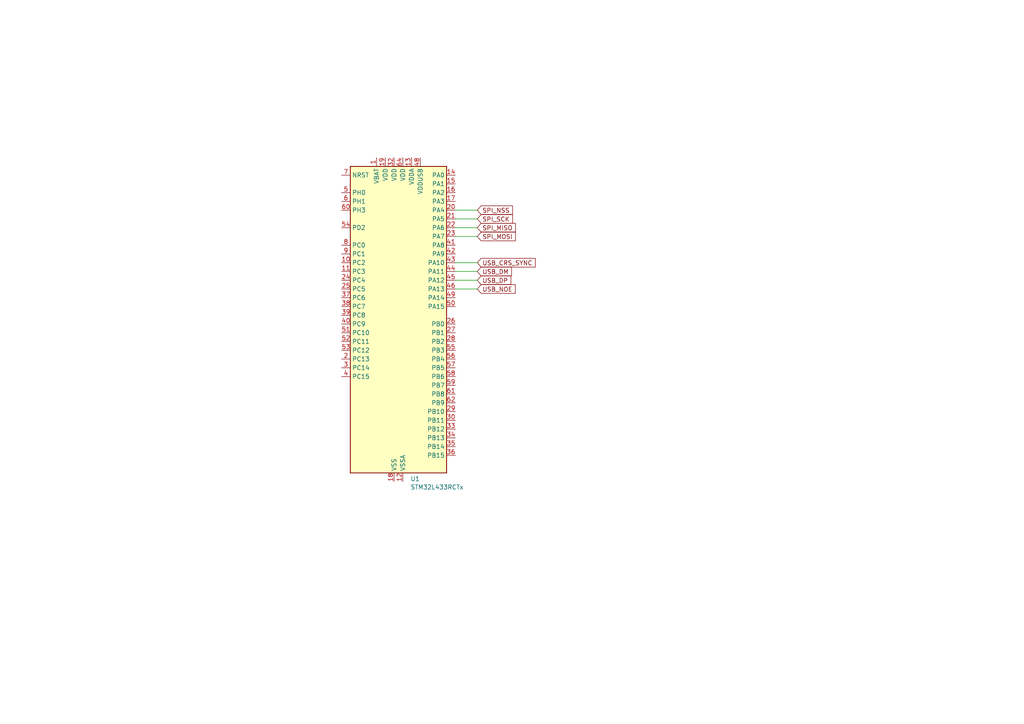
<source format=kicad_sch>
(kicad_sch (version 20230121) (generator eeschema)
  (paper "A4")
  (lib_symbols
    (symbol "MCU_ST_STM32L4:STM32L433RCTx"
      (property "Reference" "U" (at -12.7 46.99 0))
      (property "Value" "STM32L433RCTx" (at 10.16 46.99 0))
      (symbol "STM32L433RCTx_0_1"
        (rectangle (start -12.7 -43.18) (end 15.24 45.72) (stroke (width 0.254)) (fill (type background)))
      )
      (symbol "STM32L433RCTx_1_1"
        (pin power_in line (at -5.08 48.26 270) (length 2.54) (name "VBAT") (number "1"))
        (pin bidirectional line (at -15.24 17.78 0) (length 2.54) (name "PC2") (number "10"))
        (pin bidirectional line (at -15.24 15.24 0) (length 2.54) (name "PC3") (number "11"))
        (pin power_in line (at 2.54 -45.72 90) (length 2.54) (name "VSSA") (number "12"))
        (pin power_in line (at 5.08 48.26 270) (length 2.54) (name "VDDA") (number "13"))
        (pin bidirectional line (at 17.78 43.18 180) (length 2.54) (name "PA0") (number "14"))
        (pin bidirectional line (at 17.78 40.64 180) (length 2.54) (name "PA1") (number "15"))
        (pin bidirectional line (at 17.78 38.1 180) (length 2.54) (name "PA2") (number "16"))
        (pin bidirectional line (at 17.78 35.56 180) (length 2.54) (name "PA3") (number "17"))
        (pin power_in line (at 0 -45.72 90) (length 2.54) (name "VSS") (number "18"))
        (pin power_in line (at -2.54 48.26 270) (length 2.54) (name "VDD") (number "19"))
        (pin bidirectional line (at -15.24 -10.16 0) (length 2.54) (name "PC13") (number "2"))
        (pin bidirectional line (at 17.78 33.02 180) (length 2.54) (name "PA4") (number "20"))
        (pin bidirectional line (at 17.78 30.48 180) (length 2.54) (name "PA5") (number "21"))
        (pin bidirectional line (at 17.78 27.94 180) (length 2.54) (name "PA6") (number "22"))
        (pin bidirectional line (at 17.78 25.4 180) (length 2.54) (name "PA7") (number "23"))
        (pin bidirectional line (at -15.24 12.7 0) (length 2.54) (name "PC4") (number "24"))
        (pin bidirectional line (at -15.24 10.16 0) (length 2.54) (name "PC5") (number "25"))
        (pin bidirectional line (at 17.78 0 180) (length 2.54) (name "PB0") (number "26"))
        (pin bidirectional line (at 17.78 -2.54 180) (length 2.54) (name "PB1") (number "27"))
        (pin bidirectional line (at 17.78 -5.08 180) (length 2.54) (name "PB2") (number "28"))
        (pin bidirectional line (at 17.78 -25.4 180) (length 2.54) (name "PB10") (number "29"))
        (pin bidirectional line (at -15.24 -12.7 0) (length 2.54) (name "PC14") (number "3"))
        (pin bidirectional line (at 17.78 -27.94 180) (length 2.54) (name "PB11") (number "30"))
        (pin passive line (at 0 -45.72 90) (length 2.54) hide (name "VSS") (number "31"))
        (pin power_in line (at 0 48.26 270) (length 2.54) (name "VDD") (number "32"))
        (pin bidirectional line (at 17.78 -30.48 180) (length 2.54) (name "PB12") (number "33"))
        (pin bidirectional line (at 17.78 -33.02 180) (length 2.54) (name "PB13") (number "34"))
        (pin bidirectional line (at 17.78 -35.56 180) (length 2.54) (name "PB14") (number "35"))
        (pin bidirectional line (at 17.78 -38.1 180) (length 2.54) (name "PB15") (number "36"))
        (pin bidirectional line (at -15.24 7.62 0) (length 2.54) (name "PC6") (number "37"))
        (pin bidirectional line (at -15.24 5.08 0) (length 2.54) (name "PC7") (number "38"))
        (pin bidirectional line (at -15.24 2.54 0) (length 2.54) (name "PC8") (number "39"))
        (pin bidirectional line (at -15.24 -15.24 0) (length 2.54) (name "PC15") (number "4"))
        (pin bidirectional line (at -15.24 0 0) (length 2.54) (name "PC9") (number "40"))
        (pin bidirectional line (at 17.78 22.86 180) (length 2.54) (name "PA8") (number "41"))
        (pin bidirectional line (at 17.78 20.32 180) (length 2.54) (name "PA9") (number "42"))
        (pin bidirectional line (at 17.78 17.78 180) (length 2.54) (name "PA10") (number "43"))
        (pin bidirectional line (at 17.78 15.24 180) (length 2.54) (name "PA11") (number "44"))
        (pin bidirectional line (at 17.78 12.7 180) (length 2.54) (name "PA12") (number "45"))
        (pin bidirectional line (at 17.78 10.16 180) (length 2.54) (name "PA13") (number "46"))
        (pin passive line (at 0 -45.72 90) (length 2.54) hide (name "VSS") (number "47"))
        (pin power_in line (at 7.62 48.26 270) (length 2.54) (name "VDDUSB") (number "48"))
        (pin bidirectional line (at 17.78 7.62 180) (length 2.54) (name "PA14") (number "49"))
        (pin bidirectional line (at -15.24 38.1 0) (length 2.54) (name "PH0") (number "5"))
        (pin bidirectional line (at 17.78 5.08 180) (length 2.54) (name "PA15") (number "50"))
        (pin bidirectional line (at -15.24 -2.54 0) (length 2.54) (name "PC10") (number "51"))
        (pin bidirectional line (at -15.24 -5.08 0) (length 2.54) (name "PC11") (number "52"))
        (pin bidirectional line (at -15.24 -7.62 0) (length 2.54) (name "PC12") (number "53"))
        (pin bidirectional line (at -15.24 27.94 0) (length 2.54) (name "PD2") (number "54"))
        (pin bidirectional line (at 17.78 -7.62 180) (length 2.54) (name "PB3") (number "55"))
        (pin bidirectional line (at 17.78 -10.16 180) (length 2.54) (name "PB4") (number "56"))
        (pin bidirectional line (at 17.78 -12.7 180) (length 2.54) (name "PB5") (number "57"))
        (pin bidirectional line (at 17.78 -15.24 180) (length 2.54) (name "PB6") (number "58"))
        (pin bidirectional line (at 17.78 -17.78 180) (length 2.54) (name "PB7") (number "59"))
        (pin bidirectional line (at -15.24 35.56 0) (length 2.54) (name "PH1") (number "6"))
        (pin bidirectional line (at -15.24 33.02 0) (length 2.54) (name "PH3") (number "60"))
        (pin bidirectional line (at 17.78 -20.32 180) (length 2.54) (name "PB8") (number "61"))
        (pin bidirectional line (at 17.78 -22.86 180) (length 2.54) (name "PB9") (number "62"))
        (pin passive line (at 0 -45.72 90) (length 2.54) hide (name "VSS") (number "63"))
        (pin power_in line (at 2.54 48.26 270) (length 2.54) (name "VDD") (number "64"))
        (pin input line (at -15.24 43.18 0) (length 2.54) (name "NRST") (number "7"))
        (pin bidirectional line (at -15.24 22.86 0) (length 2.54) (name "PC0") (number "8"))
        (pin bidirectional line (at -15.24 20.32 0) (length 2.54) (name "PC1") (number "9"))
      )
    )
  )
  (wire (pts (xy 138.43 66.04) (xy 132.08 66.04)))
  (wire (pts (xy 138.43 63.5) (xy 132.08 63.5)))
  (wire (pts (xy 138.43 60.96) (xy 132.08 60.96)))
  (wire (pts (xy 138.43 68.58) (xy 132.08 68.58)))
  (wire (pts (xy 138.43 78.74) (xy 132.08 78.74)))
  (wire (pts (xy 138.43 76.2) (xy 132.08 76.2)))
  (wire (pts (xy 138.43 83.82) (xy 132.08 83.82)))
  (wire (pts (xy 138.43 81.28) (xy 132.08 81.28)))
  (global_label "SPI_MOSI" (shape input) (at 138.43 68.58 0) (property "Intersheetrefs" "${INTERSHEET_REFS}" (effects hide)))
  (global_label "SPI_NSS" (shape input) (at 138.43 60.96 0) (property "Intersheetrefs" "${INTERSHEET_REFS}" (effects hide)))
  (global_label "SPI_MISO" (shape input) (at 138.43 66.04 0) (property "Intersheetrefs" "${INTERSHEET_REFS}" (effects hide)))
  (global_label "USB_DP" (shape input) (at 138.43 81.28 0) (property "Intersheetrefs" "${INTERSHEET_REFS}" (effects hide)))
  (global_label "USB_NOE" (shape input) (at 138.43 83.82 0) (property "Intersheetrefs" "${INTERSHEET_REFS}" (effects hide)))
  (global_label "USB_DM" (shape input) (at 138.43 78.74 0) (property "Intersheetrefs" "${INTERSHEET_REFS}" (effects hide)))
  (global_label "SPI_SCK" (shape input) (at 138.43 63.5 0) (property "Intersheetrefs" "${INTERSHEET_REFS}" (effects hide)))
  (global_label "USB_CRS_SYNC" (shape input) (at 138.43 76.2 0) (property "Intersheetrefs" "${INTERSHEET_REFS}" (effects hide)))
  (symbol (lib_id "MCU_ST_STM32L4:STM32L433RCTx") (at 114.3 93.98 0) (unit 1)
    (property "Reference" "U1" (at 119.0341 138.8801 0) (effects (justify left)))
    (property "Value" "STM32L433RCTx" (at 119.0341 141.3043 0) (effects (justify left)))
    (property "Footprint" "Package_QFP:LQFP-64_10x10mm_P0.5mm" (effects hide))
    (property "Datasheet" "https://www.st.com/resource/en/datasheet/stm32l433rc.pdf" (effects hide))
  )
)
</source>
